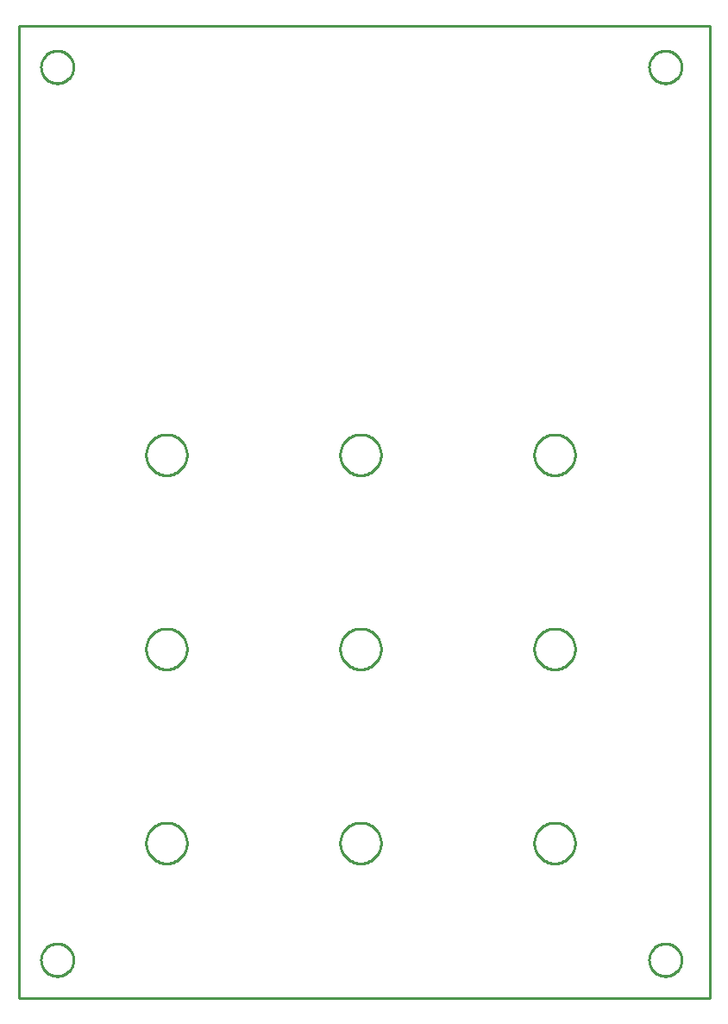
<source format=gbr>
G04 EAGLE Gerber RS-274X export*
G75*
%MOMM*%
%FSLAX34Y34*%
%LPD*%
%IN*%
%IPPOS*%
%AMOC8*
5,1,8,0,0,1.08239X$1,22.5*%
G01*
%ADD10C,0.254000*%


D10*
X200Y344D02*
X678500Y344D01*
X678500Y954944D01*
X200Y954944D01*
X200Y344D01*
X54100Y37576D02*
X54032Y36531D01*
X53895Y35492D01*
X53690Y34465D01*
X53419Y33453D01*
X53083Y32461D01*
X52682Y31493D01*
X52218Y30554D01*
X51695Y29646D01*
X51113Y28775D01*
X50475Y27944D01*
X49784Y27157D01*
X49043Y26416D01*
X48256Y25725D01*
X47425Y25088D01*
X46554Y24506D01*
X45646Y23982D01*
X44707Y23518D01*
X43739Y23117D01*
X42747Y22781D01*
X41735Y22510D01*
X40708Y22305D01*
X39669Y22169D01*
X38624Y22100D01*
X37576Y22100D01*
X36531Y22169D01*
X35492Y22305D01*
X34465Y22510D01*
X33453Y22781D01*
X32461Y23117D01*
X31493Y23518D01*
X30554Y23982D01*
X29646Y24506D01*
X28775Y25088D01*
X27944Y25725D01*
X27157Y26416D01*
X26416Y27157D01*
X25725Y27944D01*
X25088Y28775D01*
X24506Y29646D01*
X23982Y30554D01*
X23518Y31493D01*
X23117Y32461D01*
X22781Y33453D01*
X22510Y34465D01*
X22305Y35492D01*
X22169Y36531D01*
X22100Y37576D01*
X22100Y38624D01*
X22169Y39669D01*
X22305Y40708D01*
X22510Y41735D01*
X22781Y42747D01*
X23117Y43739D01*
X23518Y44707D01*
X23982Y45646D01*
X24506Y46554D01*
X25088Y47425D01*
X25725Y48256D01*
X26416Y49043D01*
X27157Y49784D01*
X27944Y50475D01*
X28775Y51113D01*
X29646Y51695D01*
X30554Y52218D01*
X31493Y52682D01*
X32461Y53083D01*
X33453Y53419D01*
X34465Y53690D01*
X35492Y53895D01*
X36531Y54032D01*
X37576Y54100D01*
X38624Y54100D01*
X39669Y54032D01*
X40708Y53895D01*
X41735Y53690D01*
X42747Y53419D01*
X43739Y53083D01*
X44707Y52682D01*
X45646Y52218D01*
X46554Y51695D01*
X47425Y51113D01*
X48256Y50475D01*
X49043Y49784D01*
X49784Y49043D01*
X50475Y48256D01*
X51113Y47425D01*
X51695Y46554D01*
X52218Y45646D01*
X52682Y44707D01*
X53083Y43739D01*
X53419Y42747D01*
X53690Y41735D01*
X53895Y40708D01*
X54032Y39669D01*
X54100Y38624D01*
X54100Y37576D01*
X651000Y37576D02*
X650932Y36531D01*
X650795Y35492D01*
X650590Y34465D01*
X650319Y33453D01*
X649983Y32461D01*
X649582Y31493D01*
X649118Y30554D01*
X648595Y29646D01*
X648013Y28775D01*
X647375Y27944D01*
X646684Y27157D01*
X645943Y26416D01*
X645156Y25725D01*
X644325Y25088D01*
X643454Y24506D01*
X642546Y23982D01*
X641607Y23518D01*
X640639Y23117D01*
X639647Y22781D01*
X638635Y22510D01*
X637608Y22305D01*
X636569Y22169D01*
X635524Y22100D01*
X634476Y22100D01*
X633431Y22169D01*
X632392Y22305D01*
X631365Y22510D01*
X630353Y22781D01*
X629361Y23117D01*
X628393Y23518D01*
X627454Y23982D01*
X626546Y24506D01*
X625675Y25088D01*
X624844Y25725D01*
X624057Y26416D01*
X623316Y27157D01*
X622625Y27944D01*
X621988Y28775D01*
X621406Y29646D01*
X620882Y30554D01*
X620418Y31493D01*
X620017Y32461D01*
X619681Y33453D01*
X619410Y34465D01*
X619205Y35492D01*
X619069Y36531D01*
X619000Y37576D01*
X619000Y38624D01*
X619069Y39669D01*
X619205Y40708D01*
X619410Y41735D01*
X619681Y42747D01*
X620017Y43739D01*
X620418Y44707D01*
X620882Y45646D01*
X621406Y46554D01*
X621988Y47425D01*
X622625Y48256D01*
X623316Y49043D01*
X624057Y49784D01*
X624844Y50475D01*
X625675Y51113D01*
X626546Y51695D01*
X627454Y52218D01*
X628393Y52682D01*
X629361Y53083D01*
X630353Y53419D01*
X631365Y53690D01*
X632392Y53895D01*
X633431Y54032D01*
X634476Y54100D01*
X635524Y54100D01*
X636569Y54032D01*
X637608Y53895D01*
X638635Y53690D01*
X639647Y53419D01*
X640639Y53083D01*
X641607Y52682D01*
X642546Y52218D01*
X643454Y51695D01*
X644325Y51113D01*
X645156Y50475D01*
X645943Y49784D01*
X646684Y49043D01*
X647375Y48256D01*
X648013Y47425D01*
X648595Y46554D01*
X649118Y45646D01*
X649582Y44707D01*
X649983Y43739D01*
X650319Y42747D01*
X650590Y41735D01*
X650795Y40708D01*
X650932Y39669D01*
X651000Y38624D01*
X651000Y37576D01*
X651000Y913876D02*
X650932Y912831D01*
X650795Y911792D01*
X650590Y910765D01*
X650319Y909753D01*
X649983Y908761D01*
X649582Y907793D01*
X649118Y906854D01*
X648595Y905946D01*
X648013Y905075D01*
X647375Y904244D01*
X646684Y903457D01*
X645943Y902716D01*
X645156Y902025D01*
X644325Y901388D01*
X643454Y900806D01*
X642546Y900282D01*
X641607Y899818D01*
X640639Y899417D01*
X639647Y899081D01*
X638635Y898810D01*
X637608Y898605D01*
X636569Y898469D01*
X635524Y898400D01*
X634476Y898400D01*
X633431Y898469D01*
X632392Y898605D01*
X631365Y898810D01*
X630353Y899081D01*
X629361Y899417D01*
X628393Y899818D01*
X627454Y900282D01*
X626546Y900806D01*
X625675Y901388D01*
X624844Y902025D01*
X624057Y902716D01*
X623316Y903457D01*
X622625Y904244D01*
X621988Y905075D01*
X621406Y905946D01*
X620882Y906854D01*
X620418Y907793D01*
X620017Y908761D01*
X619681Y909753D01*
X619410Y910765D01*
X619205Y911792D01*
X619069Y912831D01*
X619000Y913876D01*
X619000Y914924D01*
X619069Y915969D01*
X619205Y917008D01*
X619410Y918035D01*
X619681Y919047D01*
X620017Y920039D01*
X620418Y921007D01*
X620882Y921946D01*
X621406Y922854D01*
X621988Y923725D01*
X622625Y924556D01*
X623316Y925343D01*
X624057Y926084D01*
X624844Y926775D01*
X625675Y927413D01*
X626546Y927995D01*
X627454Y928518D01*
X628393Y928982D01*
X629361Y929383D01*
X630353Y929719D01*
X631365Y929990D01*
X632392Y930195D01*
X633431Y930332D01*
X634476Y930400D01*
X635524Y930400D01*
X636569Y930332D01*
X637608Y930195D01*
X638635Y929990D01*
X639647Y929719D01*
X640639Y929383D01*
X641607Y928982D01*
X642546Y928518D01*
X643454Y927995D01*
X644325Y927413D01*
X645156Y926775D01*
X645943Y926084D01*
X646684Y925343D01*
X647375Y924556D01*
X648013Y923725D01*
X648595Y922854D01*
X649118Y921946D01*
X649582Y921007D01*
X649983Y920039D01*
X650319Y919047D01*
X650590Y918035D01*
X650795Y917008D01*
X650932Y915969D01*
X651000Y914924D01*
X651000Y913876D01*
X54100Y913876D02*
X54032Y912831D01*
X53895Y911792D01*
X53690Y910765D01*
X53419Y909753D01*
X53083Y908761D01*
X52682Y907793D01*
X52218Y906854D01*
X51695Y905946D01*
X51113Y905075D01*
X50475Y904244D01*
X49784Y903457D01*
X49043Y902716D01*
X48256Y902025D01*
X47425Y901388D01*
X46554Y900806D01*
X45646Y900282D01*
X44707Y899818D01*
X43739Y899417D01*
X42747Y899081D01*
X41735Y898810D01*
X40708Y898605D01*
X39669Y898469D01*
X38624Y898400D01*
X37576Y898400D01*
X36531Y898469D01*
X35492Y898605D01*
X34465Y898810D01*
X33453Y899081D01*
X32461Y899417D01*
X31493Y899818D01*
X30554Y900282D01*
X29646Y900806D01*
X28775Y901388D01*
X27944Y902025D01*
X27157Y902716D01*
X26416Y903457D01*
X25725Y904244D01*
X25088Y905075D01*
X24506Y905946D01*
X23982Y906854D01*
X23518Y907793D01*
X23117Y908761D01*
X22781Y909753D01*
X22510Y910765D01*
X22305Y911792D01*
X22169Y912831D01*
X22100Y913876D01*
X22100Y914924D01*
X22169Y915969D01*
X22305Y917008D01*
X22510Y918035D01*
X22781Y919047D01*
X23117Y920039D01*
X23518Y921007D01*
X23982Y921946D01*
X24506Y922854D01*
X25088Y923725D01*
X25725Y924556D01*
X26416Y925343D01*
X27157Y926084D01*
X27944Y926775D01*
X28775Y927413D01*
X29646Y927995D01*
X30554Y928518D01*
X31493Y928982D01*
X32461Y929383D01*
X33453Y929719D01*
X34465Y929990D01*
X35492Y930195D01*
X36531Y930332D01*
X37576Y930400D01*
X38624Y930400D01*
X39669Y930332D01*
X40708Y930195D01*
X41735Y929990D01*
X42747Y929719D01*
X43739Y929383D01*
X44707Y928982D01*
X45646Y928518D01*
X46554Y927995D01*
X47425Y927413D01*
X48256Y926775D01*
X49043Y926084D01*
X49784Y925343D01*
X50475Y924556D01*
X51113Y923725D01*
X51695Y922854D01*
X52218Y921946D01*
X52682Y921007D01*
X53083Y920039D01*
X53419Y919047D01*
X53690Y918035D01*
X53895Y917008D01*
X54032Y915969D01*
X54100Y914924D01*
X54100Y913876D01*
X165302Y533140D02*
X165229Y531933D01*
X165084Y530733D01*
X164866Y529544D01*
X164576Y528371D01*
X164217Y527217D01*
X163788Y526087D01*
X163292Y524984D01*
X162730Y523914D01*
X162105Y522879D01*
X161418Y521885D01*
X160673Y520933D01*
X159871Y520028D01*
X159017Y519174D01*
X158112Y518372D01*
X157160Y517626D01*
X156165Y516940D01*
X155131Y516314D01*
X154061Y515753D01*
X152958Y515257D01*
X151828Y514828D01*
X150674Y514468D01*
X149500Y514179D01*
X148311Y513961D01*
X147111Y513815D01*
X145905Y513742D01*
X144696Y513742D01*
X143489Y513815D01*
X142289Y513961D01*
X141100Y514179D01*
X139927Y514468D01*
X138773Y514828D01*
X137642Y515257D01*
X136540Y515753D01*
X135470Y516314D01*
X134435Y516940D01*
X133440Y517626D01*
X132489Y518372D01*
X131584Y519174D01*
X130729Y520028D01*
X129928Y520933D01*
X129182Y521885D01*
X128496Y522879D01*
X127870Y523914D01*
X127309Y524984D01*
X126812Y526087D01*
X126384Y527217D01*
X126024Y528371D01*
X125735Y529544D01*
X125517Y530733D01*
X125371Y531933D01*
X125298Y533140D01*
X125298Y534349D01*
X125371Y535555D01*
X125517Y536755D01*
X125735Y537944D01*
X126024Y539118D01*
X126384Y540272D01*
X126812Y541402D01*
X127309Y542505D01*
X127870Y543575D01*
X128496Y544609D01*
X129182Y545604D01*
X129928Y546556D01*
X130729Y547461D01*
X131584Y548315D01*
X132489Y549117D01*
X133440Y549862D01*
X134435Y550549D01*
X135470Y551174D01*
X136540Y551736D01*
X137642Y552232D01*
X138773Y552661D01*
X139927Y553021D01*
X141100Y553310D01*
X142289Y553528D01*
X143489Y553673D01*
X144696Y553746D01*
X145905Y553746D01*
X147111Y553673D01*
X148311Y553528D01*
X149500Y553310D01*
X150674Y553021D01*
X151828Y552661D01*
X152958Y552232D01*
X154061Y551736D01*
X155131Y551174D01*
X156165Y550549D01*
X157160Y549862D01*
X158112Y549117D01*
X159017Y548315D01*
X159871Y547461D01*
X160673Y546556D01*
X161418Y545604D01*
X162105Y544609D01*
X162730Y543575D01*
X163292Y542505D01*
X163788Y541402D01*
X164217Y540272D01*
X164576Y539118D01*
X164866Y537944D01*
X165084Y536755D01*
X165229Y535555D01*
X165302Y534349D01*
X165302Y533140D01*
X165302Y342640D02*
X165229Y341433D01*
X165084Y340233D01*
X164866Y339044D01*
X164576Y337871D01*
X164217Y336717D01*
X163788Y335587D01*
X163292Y334484D01*
X162730Y333414D01*
X162105Y332379D01*
X161418Y331385D01*
X160673Y330433D01*
X159871Y329528D01*
X159017Y328674D01*
X158112Y327872D01*
X157160Y327126D01*
X156165Y326440D01*
X155131Y325814D01*
X154061Y325253D01*
X152958Y324757D01*
X151828Y324328D01*
X150674Y323968D01*
X149500Y323679D01*
X148311Y323461D01*
X147111Y323315D01*
X145905Y323242D01*
X144696Y323242D01*
X143489Y323315D01*
X142289Y323461D01*
X141100Y323679D01*
X139927Y323968D01*
X138773Y324328D01*
X137642Y324757D01*
X136540Y325253D01*
X135470Y325814D01*
X134435Y326440D01*
X133440Y327126D01*
X132489Y327872D01*
X131584Y328674D01*
X130729Y329528D01*
X129928Y330433D01*
X129182Y331385D01*
X128496Y332379D01*
X127870Y333414D01*
X127309Y334484D01*
X126812Y335587D01*
X126384Y336717D01*
X126024Y337871D01*
X125735Y339044D01*
X125517Y340233D01*
X125371Y341433D01*
X125298Y342640D01*
X125298Y343849D01*
X125371Y345055D01*
X125517Y346255D01*
X125735Y347444D01*
X126024Y348618D01*
X126384Y349772D01*
X126812Y350902D01*
X127309Y352005D01*
X127870Y353075D01*
X128496Y354109D01*
X129182Y355104D01*
X129928Y356056D01*
X130729Y356961D01*
X131584Y357815D01*
X132489Y358617D01*
X133440Y359362D01*
X134435Y360049D01*
X135470Y360674D01*
X136540Y361236D01*
X137642Y361732D01*
X138773Y362161D01*
X139927Y362521D01*
X141100Y362810D01*
X142289Y363028D01*
X143489Y363173D01*
X144696Y363246D01*
X145905Y363246D01*
X147111Y363173D01*
X148311Y363028D01*
X149500Y362810D01*
X150674Y362521D01*
X151828Y362161D01*
X152958Y361732D01*
X154061Y361236D01*
X155131Y360674D01*
X156165Y360049D01*
X157160Y359362D01*
X158112Y358617D01*
X159017Y357815D01*
X159871Y356961D01*
X160673Y356056D01*
X161418Y355104D01*
X162105Y354109D01*
X162730Y353075D01*
X163292Y352005D01*
X163788Y350902D01*
X164217Y349772D01*
X164576Y348618D01*
X164866Y347444D01*
X165084Y346255D01*
X165229Y345055D01*
X165302Y343849D01*
X165302Y342640D01*
X165302Y152140D02*
X165229Y150933D01*
X165084Y149733D01*
X164866Y148544D01*
X164576Y147371D01*
X164217Y146217D01*
X163788Y145087D01*
X163292Y143984D01*
X162730Y142914D01*
X162105Y141879D01*
X161418Y140885D01*
X160673Y139933D01*
X159871Y139028D01*
X159017Y138174D01*
X158112Y137372D01*
X157160Y136626D01*
X156165Y135940D01*
X155131Y135314D01*
X154061Y134753D01*
X152958Y134257D01*
X151828Y133828D01*
X150674Y133468D01*
X149500Y133179D01*
X148311Y132961D01*
X147111Y132815D01*
X145905Y132742D01*
X144696Y132742D01*
X143489Y132815D01*
X142289Y132961D01*
X141100Y133179D01*
X139927Y133468D01*
X138773Y133828D01*
X137642Y134257D01*
X136540Y134753D01*
X135470Y135314D01*
X134435Y135940D01*
X133440Y136626D01*
X132489Y137372D01*
X131584Y138174D01*
X130729Y139028D01*
X129928Y139933D01*
X129182Y140885D01*
X128496Y141879D01*
X127870Y142914D01*
X127309Y143984D01*
X126812Y145087D01*
X126384Y146217D01*
X126024Y147371D01*
X125735Y148544D01*
X125517Y149733D01*
X125371Y150933D01*
X125298Y152140D01*
X125298Y153349D01*
X125371Y154555D01*
X125517Y155755D01*
X125735Y156944D01*
X126024Y158118D01*
X126384Y159272D01*
X126812Y160402D01*
X127309Y161505D01*
X127870Y162575D01*
X128496Y163609D01*
X129182Y164604D01*
X129928Y165556D01*
X130729Y166461D01*
X131584Y167315D01*
X132489Y168117D01*
X133440Y168862D01*
X134435Y169549D01*
X135470Y170174D01*
X136540Y170736D01*
X137642Y171232D01*
X138773Y171661D01*
X139927Y172021D01*
X141100Y172310D01*
X142289Y172528D01*
X143489Y172673D01*
X144696Y172746D01*
X145905Y172746D01*
X147111Y172673D01*
X148311Y172528D01*
X149500Y172310D01*
X150674Y172021D01*
X151828Y171661D01*
X152958Y171232D01*
X154061Y170736D01*
X155131Y170174D01*
X156165Y169549D01*
X157160Y168862D01*
X158112Y168117D01*
X159017Y167315D01*
X159871Y166461D01*
X160673Y165556D01*
X161418Y164604D01*
X162105Y163609D01*
X162730Y162575D01*
X163292Y161505D01*
X163788Y160402D01*
X164217Y159272D01*
X164576Y158118D01*
X164866Y156944D01*
X165084Y155755D01*
X165229Y154555D01*
X165302Y153349D01*
X165302Y152140D01*
X355802Y152140D02*
X355729Y150933D01*
X355584Y149733D01*
X355366Y148544D01*
X355076Y147371D01*
X354717Y146217D01*
X354288Y145087D01*
X353792Y143984D01*
X353230Y142914D01*
X352605Y141879D01*
X351918Y140885D01*
X351173Y139933D01*
X350371Y139028D01*
X349517Y138174D01*
X348612Y137372D01*
X347660Y136626D01*
X346665Y135940D01*
X345631Y135314D01*
X344561Y134753D01*
X343458Y134257D01*
X342328Y133828D01*
X341174Y133468D01*
X340000Y133179D01*
X338811Y132961D01*
X337611Y132815D01*
X336405Y132742D01*
X335196Y132742D01*
X333989Y132815D01*
X332789Y132961D01*
X331600Y133179D01*
X330427Y133468D01*
X329273Y133828D01*
X328142Y134257D01*
X327040Y134753D01*
X325970Y135314D01*
X324935Y135940D01*
X323940Y136626D01*
X322989Y137372D01*
X322084Y138174D01*
X321229Y139028D01*
X320428Y139933D01*
X319682Y140885D01*
X318996Y141879D01*
X318370Y142914D01*
X317809Y143984D01*
X317312Y145087D01*
X316884Y146217D01*
X316524Y147371D01*
X316235Y148544D01*
X316017Y149733D01*
X315871Y150933D01*
X315798Y152140D01*
X315798Y153349D01*
X315871Y154555D01*
X316017Y155755D01*
X316235Y156944D01*
X316524Y158118D01*
X316884Y159272D01*
X317312Y160402D01*
X317809Y161505D01*
X318370Y162575D01*
X318996Y163609D01*
X319682Y164604D01*
X320428Y165556D01*
X321229Y166461D01*
X322084Y167315D01*
X322989Y168117D01*
X323940Y168862D01*
X324935Y169549D01*
X325970Y170174D01*
X327040Y170736D01*
X328142Y171232D01*
X329273Y171661D01*
X330427Y172021D01*
X331600Y172310D01*
X332789Y172528D01*
X333989Y172673D01*
X335196Y172746D01*
X336405Y172746D01*
X337611Y172673D01*
X338811Y172528D01*
X340000Y172310D01*
X341174Y172021D01*
X342328Y171661D01*
X343458Y171232D01*
X344561Y170736D01*
X345631Y170174D01*
X346665Y169549D01*
X347660Y168862D01*
X348612Y168117D01*
X349517Y167315D01*
X350371Y166461D01*
X351173Y165556D01*
X351918Y164604D01*
X352605Y163609D01*
X353230Y162575D01*
X353792Y161505D01*
X354288Y160402D01*
X354717Y159272D01*
X355076Y158118D01*
X355366Y156944D01*
X355584Y155755D01*
X355729Y154555D01*
X355802Y153349D01*
X355802Y152140D01*
X355802Y342640D02*
X355729Y341433D01*
X355584Y340233D01*
X355366Y339044D01*
X355076Y337871D01*
X354717Y336717D01*
X354288Y335587D01*
X353792Y334484D01*
X353230Y333414D01*
X352605Y332379D01*
X351918Y331385D01*
X351173Y330433D01*
X350371Y329528D01*
X349517Y328674D01*
X348612Y327872D01*
X347660Y327126D01*
X346665Y326440D01*
X345631Y325814D01*
X344561Y325253D01*
X343458Y324757D01*
X342328Y324328D01*
X341174Y323968D01*
X340000Y323679D01*
X338811Y323461D01*
X337611Y323315D01*
X336405Y323242D01*
X335196Y323242D01*
X333989Y323315D01*
X332789Y323461D01*
X331600Y323679D01*
X330427Y323968D01*
X329273Y324328D01*
X328142Y324757D01*
X327040Y325253D01*
X325970Y325814D01*
X324935Y326440D01*
X323940Y327126D01*
X322989Y327872D01*
X322084Y328674D01*
X321229Y329528D01*
X320428Y330433D01*
X319682Y331385D01*
X318996Y332379D01*
X318370Y333414D01*
X317809Y334484D01*
X317312Y335587D01*
X316884Y336717D01*
X316524Y337871D01*
X316235Y339044D01*
X316017Y340233D01*
X315871Y341433D01*
X315798Y342640D01*
X315798Y343849D01*
X315871Y345055D01*
X316017Y346255D01*
X316235Y347444D01*
X316524Y348618D01*
X316884Y349772D01*
X317312Y350902D01*
X317809Y352005D01*
X318370Y353075D01*
X318996Y354109D01*
X319682Y355104D01*
X320428Y356056D01*
X321229Y356961D01*
X322084Y357815D01*
X322989Y358617D01*
X323940Y359362D01*
X324935Y360049D01*
X325970Y360674D01*
X327040Y361236D01*
X328142Y361732D01*
X329273Y362161D01*
X330427Y362521D01*
X331600Y362810D01*
X332789Y363028D01*
X333989Y363173D01*
X335196Y363246D01*
X336405Y363246D01*
X337611Y363173D01*
X338811Y363028D01*
X340000Y362810D01*
X341174Y362521D01*
X342328Y362161D01*
X343458Y361732D01*
X344561Y361236D01*
X345631Y360674D01*
X346665Y360049D01*
X347660Y359362D01*
X348612Y358617D01*
X349517Y357815D01*
X350371Y356961D01*
X351173Y356056D01*
X351918Y355104D01*
X352605Y354109D01*
X353230Y353075D01*
X353792Y352005D01*
X354288Y350902D01*
X354717Y349772D01*
X355076Y348618D01*
X355366Y347444D01*
X355584Y346255D01*
X355729Y345055D01*
X355802Y343849D01*
X355802Y342640D01*
X355802Y533140D02*
X355729Y531933D01*
X355584Y530733D01*
X355366Y529544D01*
X355076Y528371D01*
X354717Y527217D01*
X354288Y526087D01*
X353792Y524984D01*
X353230Y523914D01*
X352605Y522879D01*
X351918Y521885D01*
X351173Y520933D01*
X350371Y520028D01*
X349517Y519174D01*
X348612Y518372D01*
X347660Y517626D01*
X346665Y516940D01*
X345631Y516314D01*
X344561Y515753D01*
X343458Y515257D01*
X342328Y514828D01*
X341174Y514468D01*
X340000Y514179D01*
X338811Y513961D01*
X337611Y513815D01*
X336405Y513742D01*
X335196Y513742D01*
X333989Y513815D01*
X332789Y513961D01*
X331600Y514179D01*
X330427Y514468D01*
X329273Y514828D01*
X328142Y515257D01*
X327040Y515753D01*
X325970Y516314D01*
X324935Y516940D01*
X323940Y517626D01*
X322989Y518372D01*
X322084Y519174D01*
X321229Y520028D01*
X320428Y520933D01*
X319682Y521885D01*
X318996Y522879D01*
X318370Y523914D01*
X317809Y524984D01*
X317312Y526087D01*
X316884Y527217D01*
X316524Y528371D01*
X316235Y529544D01*
X316017Y530733D01*
X315871Y531933D01*
X315798Y533140D01*
X315798Y534349D01*
X315871Y535555D01*
X316017Y536755D01*
X316235Y537944D01*
X316524Y539118D01*
X316884Y540272D01*
X317312Y541402D01*
X317809Y542505D01*
X318370Y543575D01*
X318996Y544609D01*
X319682Y545604D01*
X320428Y546556D01*
X321229Y547461D01*
X322084Y548315D01*
X322989Y549117D01*
X323940Y549862D01*
X324935Y550549D01*
X325970Y551174D01*
X327040Y551736D01*
X328142Y552232D01*
X329273Y552661D01*
X330427Y553021D01*
X331600Y553310D01*
X332789Y553528D01*
X333989Y553673D01*
X335196Y553746D01*
X336405Y553746D01*
X337611Y553673D01*
X338811Y553528D01*
X340000Y553310D01*
X341174Y553021D01*
X342328Y552661D01*
X343458Y552232D01*
X344561Y551736D01*
X345631Y551174D01*
X346665Y550549D01*
X347660Y549862D01*
X348612Y549117D01*
X349517Y548315D01*
X350371Y547461D01*
X351173Y546556D01*
X351918Y545604D01*
X352605Y544609D01*
X353230Y543575D01*
X353792Y542505D01*
X354288Y541402D01*
X354717Y540272D01*
X355076Y539118D01*
X355366Y537944D01*
X355584Y536755D01*
X355729Y535555D01*
X355802Y534349D01*
X355802Y533140D01*
X546302Y152140D02*
X546229Y150933D01*
X546084Y149733D01*
X545866Y148544D01*
X545576Y147371D01*
X545217Y146217D01*
X544788Y145087D01*
X544292Y143984D01*
X543730Y142914D01*
X543105Y141879D01*
X542418Y140885D01*
X541673Y139933D01*
X540871Y139028D01*
X540017Y138174D01*
X539112Y137372D01*
X538160Y136626D01*
X537165Y135940D01*
X536131Y135314D01*
X535061Y134753D01*
X533958Y134257D01*
X532828Y133828D01*
X531674Y133468D01*
X530500Y133179D01*
X529311Y132961D01*
X528111Y132815D01*
X526905Y132742D01*
X525696Y132742D01*
X524489Y132815D01*
X523289Y132961D01*
X522100Y133179D01*
X520927Y133468D01*
X519773Y133828D01*
X518642Y134257D01*
X517540Y134753D01*
X516470Y135314D01*
X515435Y135940D01*
X514440Y136626D01*
X513489Y137372D01*
X512584Y138174D01*
X511729Y139028D01*
X510928Y139933D01*
X510182Y140885D01*
X509496Y141879D01*
X508870Y142914D01*
X508309Y143984D01*
X507812Y145087D01*
X507384Y146217D01*
X507024Y147371D01*
X506735Y148544D01*
X506517Y149733D01*
X506371Y150933D01*
X506298Y152140D01*
X506298Y153349D01*
X506371Y154555D01*
X506517Y155755D01*
X506735Y156944D01*
X507024Y158118D01*
X507384Y159272D01*
X507812Y160402D01*
X508309Y161505D01*
X508870Y162575D01*
X509496Y163609D01*
X510182Y164604D01*
X510928Y165556D01*
X511729Y166461D01*
X512584Y167315D01*
X513489Y168117D01*
X514440Y168862D01*
X515435Y169549D01*
X516470Y170174D01*
X517540Y170736D01*
X518642Y171232D01*
X519773Y171661D01*
X520927Y172021D01*
X522100Y172310D01*
X523289Y172528D01*
X524489Y172673D01*
X525696Y172746D01*
X526905Y172746D01*
X528111Y172673D01*
X529311Y172528D01*
X530500Y172310D01*
X531674Y172021D01*
X532828Y171661D01*
X533958Y171232D01*
X535061Y170736D01*
X536131Y170174D01*
X537165Y169549D01*
X538160Y168862D01*
X539112Y168117D01*
X540017Y167315D01*
X540871Y166461D01*
X541673Y165556D01*
X542418Y164604D01*
X543105Y163609D01*
X543730Y162575D01*
X544292Y161505D01*
X544788Y160402D01*
X545217Y159272D01*
X545576Y158118D01*
X545866Y156944D01*
X546084Y155755D01*
X546229Y154555D01*
X546302Y153349D01*
X546302Y152140D01*
X546302Y342640D02*
X546229Y341433D01*
X546084Y340233D01*
X545866Y339044D01*
X545576Y337871D01*
X545217Y336717D01*
X544788Y335587D01*
X544292Y334484D01*
X543730Y333414D01*
X543105Y332379D01*
X542418Y331385D01*
X541673Y330433D01*
X540871Y329528D01*
X540017Y328674D01*
X539112Y327872D01*
X538160Y327126D01*
X537165Y326440D01*
X536131Y325814D01*
X535061Y325253D01*
X533958Y324757D01*
X532828Y324328D01*
X531674Y323968D01*
X530500Y323679D01*
X529311Y323461D01*
X528111Y323315D01*
X526905Y323242D01*
X525696Y323242D01*
X524489Y323315D01*
X523289Y323461D01*
X522100Y323679D01*
X520927Y323968D01*
X519773Y324328D01*
X518642Y324757D01*
X517540Y325253D01*
X516470Y325814D01*
X515435Y326440D01*
X514440Y327126D01*
X513489Y327872D01*
X512584Y328674D01*
X511729Y329528D01*
X510928Y330433D01*
X510182Y331385D01*
X509496Y332379D01*
X508870Y333414D01*
X508309Y334484D01*
X507812Y335587D01*
X507384Y336717D01*
X507024Y337871D01*
X506735Y339044D01*
X506517Y340233D01*
X506371Y341433D01*
X506298Y342640D01*
X506298Y343849D01*
X506371Y345055D01*
X506517Y346255D01*
X506735Y347444D01*
X507024Y348618D01*
X507384Y349772D01*
X507812Y350902D01*
X508309Y352005D01*
X508870Y353075D01*
X509496Y354109D01*
X510182Y355104D01*
X510928Y356056D01*
X511729Y356961D01*
X512584Y357815D01*
X513489Y358617D01*
X514440Y359362D01*
X515435Y360049D01*
X516470Y360674D01*
X517540Y361236D01*
X518642Y361732D01*
X519773Y362161D01*
X520927Y362521D01*
X522100Y362810D01*
X523289Y363028D01*
X524489Y363173D01*
X525696Y363246D01*
X526905Y363246D01*
X528111Y363173D01*
X529311Y363028D01*
X530500Y362810D01*
X531674Y362521D01*
X532828Y362161D01*
X533958Y361732D01*
X535061Y361236D01*
X536131Y360674D01*
X537165Y360049D01*
X538160Y359362D01*
X539112Y358617D01*
X540017Y357815D01*
X540871Y356961D01*
X541673Y356056D01*
X542418Y355104D01*
X543105Y354109D01*
X543730Y353075D01*
X544292Y352005D01*
X544788Y350902D01*
X545217Y349772D01*
X545576Y348618D01*
X545866Y347444D01*
X546084Y346255D01*
X546229Y345055D01*
X546302Y343849D01*
X546302Y342640D01*
X546302Y533140D02*
X546229Y531933D01*
X546084Y530733D01*
X545866Y529544D01*
X545576Y528371D01*
X545217Y527217D01*
X544788Y526087D01*
X544292Y524984D01*
X543730Y523914D01*
X543105Y522879D01*
X542418Y521885D01*
X541673Y520933D01*
X540871Y520028D01*
X540017Y519174D01*
X539112Y518372D01*
X538160Y517626D01*
X537165Y516940D01*
X536131Y516314D01*
X535061Y515753D01*
X533958Y515257D01*
X532828Y514828D01*
X531674Y514468D01*
X530500Y514179D01*
X529311Y513961D01*
X528111Y513815D01*
X526905Y513742D01*
X525696Y513742D01*
X524489Y513815D01*
X523289Y513961D01*
X522100Y514179D01*
X520927Y514468D01*
X519773Y514828D01*
X518642Y515257D01*
X517540Y515753D01*
X516470Y516314D01*
X515435Y516940D01*
X514440Y517626D01*
X513489Y518372D01*
X512584Y519174D01*
X511729Y520028D01*
X510928Y520933D01*
X510182Y521885D01*
X509496Y522879D01*
X508870Y523914D01*
X508309Y524984D01*
X507812Y526087D01*
X507384Y527217D01*
X507024Y528371D01*
X506735Y529544D01*
X506517Y530733D01*
X506371Y531933D01*
X506298Y533140D01*
X506298Y534349D01*
X506371Y535555D01*
X506517Y536755D01*
X506735Y537944D01*
X507024Y539118D01*
X507384Y540272D01*
X507812Y541402D01*
X508309Y542505D01*
X508870Y543575D01*
X509496Y544609D01*
X510182Y545604D01*
X510928Y546556D01*
X511729Y547461D01*
X512584Y548315D01*
X513489Y549117D01*
X514440Y549862D01*
X515435Y550549D01*
X516470Y551174D01*
X517540Y551736D01*
X518642Y552232D01*
X519773Y552661D01*
X520927Y553021D01*
X522100Y553310D01*
X523289Y553528D01*
X524489Y553673D01*
X525696Y553746D01*
X526905Y553746D01*
X528111Y553673D01*
X529311Y553528D01*
X530500Y553310D01*
X531674Y553021D01*
X532828Y552661D01*
X533958Y552232D01*
X535061Y551736D01*
X536131Y551174D01*
X537165Y550549D01*
X538160Y549862D01*
X539112Y549117D01*
X540017Y548315D01*
X540871Y547461D01*
X541673Y546556D01*
X542418Y545604D01*
X543105Y544609D01*
X543730Y543575D01*
X544292Y542505D01*
X544788Y541402D01*
X545217Y540272D01*
X545576Y539118D01*
X545866Y537944D01*
X546084Y536755D01*
X546229Y535555D01*
X546302Y534349D01*
X546302Y533140D01*
M02*

</source>
